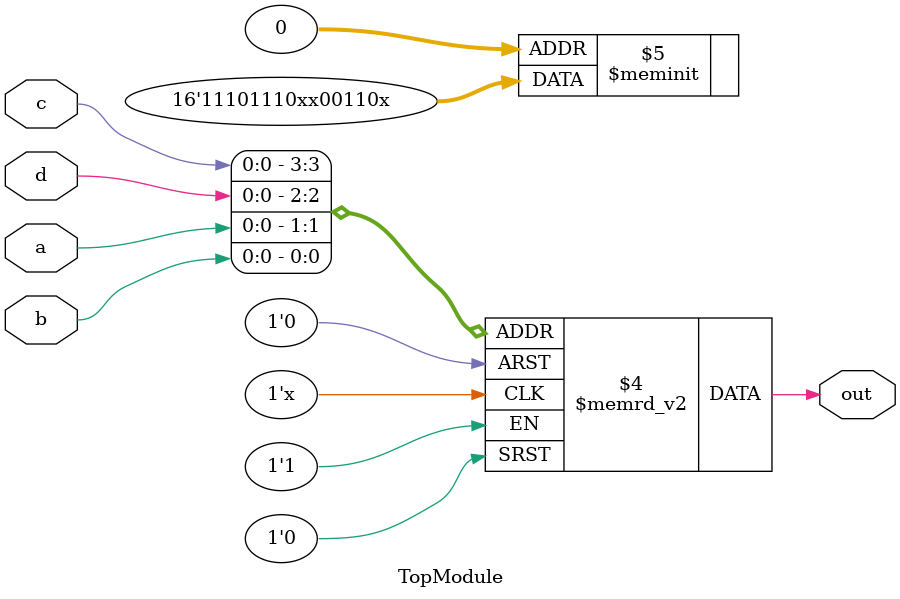
<source format=sv>

module TopModule (
  input a,
  input b,
  input c,
  input d,
  output reg out
);
  always @(*) begin
    case ({c, d, a, b})
      4'b0000: out = 1'bx; // d
      4'b0001: out = 1'b0;
      4'b0010: out = 1'b1;
      4'b0011: out = 1'b1;
      4'b0100: out = 1'b0;
      4'b0101: out = 1'b0;
      4'b0110: out = 1'bx; // d
      4'b0111: out = 1'bx; // d
      4'b1000: out = 1'b0;
      4'b1001: out = 1'b1;
      4'b1010: out = 1'b1;
      4'b1011: out = 1'b1;
      4'b1100: out = 1'b0;
      4'b1101: out = 1'b1;
      4'b1110: out = 1'b1;
      4'b1111: out = 1'b1;
      default: out = 1'bx;
    endcase
  end
endmodule

</source>
